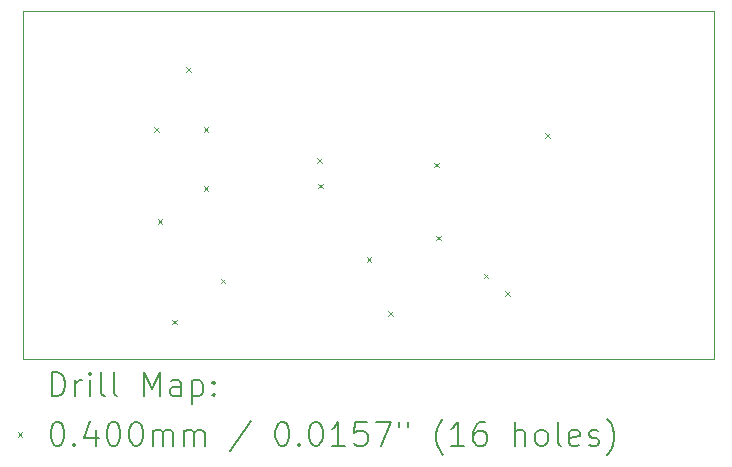
<source format=gbr>
%TF.GenerationSoftware,KiCad,Pcbnew,7.0.2*%
%TF.CreationDate,2023-12-10T20:37:31+01:00*%
%TF.ProjectId,Choinka_EE,43686f69-6e6b-4615-9f45-452e6b696361,rev?*%
%TF.SameCoordinates,Original*%
%TF.FileFunction,Drillmap*%
%TF.FilePolarity,Positive*%
%FSLAX45Y45*%
G04 Gerber Fmt 4.5, Leading zero omitted, Abs format (unit mm)*
G04 Created by KiCad (PCBNEW 7.0.2) date 2023-12-10 20:37:31*
%MOMM*%
%LPD*%
G01*
G04 APERTURE LIST*
%ADD10C,0.100000*%
%ADD11C,0.200000*%
%ADD12C,0.040000*%
G04 APERTURE END LIST*
D10*
X7700000Y-10260000D02*
X13550000Y-10260000D01*
X13550000Y-13200000D01*
X7700000Y-13200000D01*
X7700000Y-10260000D01*
D11*
D12*
X8810000Y-11240000D02*
X8850000Y-11280000D01*
X8850000Y-11240000D02*
X8810000Y-11280000D01*
X8840000Y-12020000D02*
X8880000Y-12060000D01*
X8880000Y-12020000D02*
X8840000Y-12060000D01*
X8960000Y-12870000D02*
X9000000Y-12910000D01*
X9000000Y-12870000D02*
X8960000Y-12910000D01*
X9080000Y-10730000D02*
X9120000Y-10770000D01*
X9120000Y-10730000D02*
X9080000Y-10770000D01*
X9230000Y-11240000D02*
X9270000Y-11280000D01*
X9270000Y-11240000D02*
X9230000Y-11280000D01*
X9230000Y-11740000D02*
X9270000Y-11780000D01*
X9270000Y-11740000D02*
X9230000Y-11780000D01*
X9372500Y-12522500D02*
X9412500Y-12562500D01*
X9412500Y-12522500D02*
X9372500Y-12562500D01*
X10190000Y-11500000D02*
X10230000Y-11540000D01*
X10230000Y-11500000D02*
X10190000Y-11540000D01*
X10200000Y-11720000D02*
X10240000Y-11760000D01*
X10240000Y-11720000D02*
X10200000Y-11760000D01*
X10610000Y-12340000D02*
X10650000Y-12380000D01*
X10650000Y-12340000D02*
X10610000Y-12380000D01*
X10790000Y-12800000D02*
X10830000Y-12840000D01*
X10830000Y-12800000D02*
X10790000Y-12840000D01*
X11180000Y-11540000D02*
X11220000Y-11580000D01*
X11220000Y-11540000D02*
X11180000Y-11580000D01*
X11200000Y-12160000D02*
X11240000Y-12200000D01*
X11240000Y-12160000D02*
X11200000Y-12200000D01*
X11600000Y-12480000D02*
X11640000Y-12520000D01*
X11640000Y-12480000D02*
X11600000Y-12520000D01*
X11780000Y-12630000D02*
X11820000Y-12670000D01*
X11820000Y-12630000D02*
X11780000Y-12670000D01*
X12120000Y-11290000D02*
X12160000Y-11330000D01*
X12160000Y-11290000D02*
X12120000Y-11330000D01*
D11*
X7942619Y-13517524D02*
X7942619Y-13317524D01*
X7942619Y-13317524D02*
X7990238Y-13317524D01*
X7990238Y-13317524D02*
X8018809Y-13327048D01*
X8018809Y-13327048D02*
X8037857Y-13346095D01*
X8037857Y-13346095D02*
X8047381Y-13365143D01*
X8047381Y-13365143D02*
X8056905Y-13403238D01*
X8056905Y-13403238D02*
X8056905Y-13431809D01*
X8056905Y-13431809D02*
X8047381Y-13469905D01*
X8047381Y-13469905D02*
X8037857Y-13488952D01*
X8037857Y-13488952D02*
X8018809Y-13508000D01*
X8018809Y-13508000D02*
X7990238Y-13517524D01*
X7990238Y-13517524D02*
X7942619Y-13517524D01*
X8142619Y-13517524D02*
X8142619Y-13384190D01*
X8142619Y-13422286D02*
X8152143Y-13403238D01*
X8152143Y-13403238D02*
X8161667Y-13393714D01*
X8161667Y-13393714D02*
X8180714Y-13384190D01*
X8180714Y-13384190D02*
X8199762Y-13384190D01*
X8266428Y-13517524D02*
X8266428Y-13384190D01*
X8266428Y-13317524D02*
X8256905Y-13327048D01*
X8256905Y-13327048D02*
X8266428Y-13336571D01*
X8266428Y-13336571D02*
X8275952Y-13327048D01*
X8275952Y-13327048D02*
X8266428Y-13317524D01*
X8266428Y-13317524D02*
X8266428Y-13336571D01*
X8390238Y-13517524D02*
X8371190Y-13508000D01*
X8371190Y-13508000D02*
X8361667Y-13488952D01*
X8361667Y-13488952D02*
X8361667Y-13317524D01*
X8495000Y-13517524D02*
X8475952Y-13508000D01*
X8475952Y-13508000D02*
X8466429Y-13488952D01*
X8466429Y-13488952D02*
X8466429Y-13317524D01*
X8723571Y-13517524D02*
X8723571Y-13317524D01*
X8723571Y-13317524D02*
X8790238Y-13460381D01*
X8790238Y-13460381D02*
X8856905Y-13317524D01*
X8856905Y-13317524D02*
X8856905Y-13517524D01*
X9037857Y-13517524D02*
X9037857Y-13412762D01*
X9037857Y-13412762D02*
X9028333Y-13393714D01*
X9028333Y-13393714D02*
X9009286Y-13384190D01*
X9009286Y-13384190D02*
X8971190Y-13384190D01*
X8971190Y-13384190D02*
X8952143Y-13393714D01*
X9037857Y-13508000D02*
X9018810Y-13517524D01*
X9018810Y-13517524D02*
X8971190Y-13517524D01*
X8971190Y-13517524D02*
X8952143Y-13508000D01*
X8952143Y-13508000D02*
X8942619Y-13488952D01*
X8942619Y-13488952D02*
X8942619Y-13469905D01*
X8942619Y-13469905D02*
X8952143Y-13450857D01*
X8952143Y-13450857D02*
X8971190Y-13441333D01*
X8971190Y-13441333D02*
X9018810Y-13441333D01*
X9018810Y-13441333D02*
X9037857Y-13431809D01*
X9133095Y-13384190D02*
X9133095Y-13584190D01*
X9133095Y-13393714D02*
X9152143Y-13384190D01*
X9152143Y-13384190D02*
X9190238Y-13384190D01*
X9190238Y-13384190D02*
X9209286Y-13393714D01*
X9209286Y-13393714D02*
X9218810Y-13403238D01*
X9218810Y-13403238D02*
X9228333Y-13422286D01*
X9228333Y-13422286D02*
X9228333Y-13479428D01*
X9228333Y-13479428D02*
X9218810Y-13498476D01*
X9218810Y-13498476D02*
X9209286Y-13508000D01*
X9209286Y-13508000D02*
X9190238Y-13517524D01*
X9190238Y-13517524D02*
X9152143Y-13517524D01*
X9152143Y-13517524D02*
X9133095Y-13508000D01*
X9314048Y-13498476D02*
X9323571Y-13508000D01*
X9323571Y-13508000D02*
X9314048Y-13517524D01*
X9314048Y-13517524D02*
X9304524Y-13508000D01*
X9304524Y-13508000D02*
X9314048Y-13498476D01*
X9314048Y-13498476D02*
X9314048Y-13517524D01*
X9314048Y-13393714D02*
X9323571Y-13403238D01*
X9323571Y-13403238D02*
X9314048Y-13412762D01*
X9314048Y-13412762D02*
X9304524Y-13403238D01*
X9304524Y-13403238D02*
X9314048Y-13393714D01*
X9314048Y-13393714D02*
X9314048Y-13412762D01*
D12*
X7655000Y-13825000D02*
X7695000Y-13865000D01*
X7695000Y-13825000D02*
X7655000Y-13865000D01*
D11*
X7980714Y-13737524D02*
X7999762Y-13737524D01*
X7999762Y-13737524D02*
X8018809Y-13747048D01*
X8018809Y-13747048D02*
X8028333Y-13756571D01*
X8028333Y-13756571D02*
X8037857Y-13775619D01*
X8037857Y-13775619D02*
X8047381Y-13813714D01*
X8047381Y-13813714D02*
X8047381Y-13861333D01*
X8047381Y-13861333D02*
X8037857Y-13899428D01*
X8037857Y-13899428D02*
X8028333Y-13918476D01*
X8028333Y-13918476D02*
X8018809Y-13928000D01*
X8018809Y-13928000D02*
X7999762Y-13937524D01*
X7999762Y-13937524D02*
X7980714Y-13937524D01*
X7980714Y-13937524D02*
X7961667Y-13928000D01*
X7961667Y-13928000D02*
X7952143Y-13918476D01*
X7952143Y-13918476D02*
X7942619Y-13899428D01*
X7942619Y-13899428D02*
X7933095Y-13861333D01*
X7933095Y-13861333D02*
X7933095Y-13813714D01*
X7933095Y-13813714D02*
X7942619Y-13775619D01*
X7942619Y-13775619D02*
X7952143Y-13756571D01*
X7952143Y-13756571D02*
X7961667Y-13747048D01*
X7961667Y-13747048D02*
X7980714Y-13737524D01*
X8133095Y-13918476D02*
X8142619Y-13928000D01*
X8142619Y-13928000D02*
X8133095Y-13937524D01*
X8133095Y-13937524D02*
X8123571Y-13928000D01*
X8123571Y-13928000D02*
X8133095Y-13918476D01*
X8133095Y-13918476D02*
X8133095Y-13937524D01*
X8314048Y-13804190D02*
X8314048Y-13937524D01*
X8266428Y-13728000D02*
X8218809Y-13870857D01*
X8218809Y-13870857D02*
X8342619Y-13870857D01*
X8456905Y-13737524D02*
X8475952Y-13737524D01*
X8475952Y-13737524D02*
X8495000Y-13747048D01*
X8495000Y-13747048D02*
X8504524Y-13756571D01*
X8504524Y-13756571D02*
X8514048Y-13775619D01*
X8514048Y-13775619D02*
X8523571Y-13813714D01*
X8523571Y-13813714D02*
X8523571Y-13861333D01*
X8523571Y-13861333D02*
X8514048Y-13899428D01*
X8514048Y-13899428D02*
X8504524Y-13918476D01*
X8504524Y-13918476D02*
X8495000Y-13928000D01*
X8495000Y-13928000D02*
X8475952Y-13937524D01*
X8475952Y-13937524D02*
X8456905Y-13937524D01*
X8456905Y-13937524D02*
X8437857Y-13928000D01*
X8437857Y-13928000D02*
X8428333Y-13918476D01*
X8428333Y-13918476D02*
X8418810Y-13899428D01*
X8418810Y-13899428D02*
X8409286Y-13861333D01*
X8409286Y-13861333D02*
X8409286Y-13813714D01*
X8409286Y-13813714D02*
X8418810Y-13775619D01*
X8418810Y-13775619D02*
X8428333Y-13756571D01*
X8428333Y-13756571D02*
X8437857Y-13747048D01*
X8437857Y-13747048D02*
X8456905Y-13737524D01*
X8647381Y-13737524D02*
X8666429Y-13737524D01*
X8666429Y-13737524D02*
X8685476Y-13747048D01*
X8685476Y-13747048D02*
X8695000Y-13756571D01*
X8695000Y-13756571D02*
X8704524Y-13775619D01*
X8704524Y-13775619D02*
X8714048Y-13813714D01*
X8714048Y-13813714D02*
X8714048Y-13861333D01*
X8714048Y-13861333D02*
X8704524Y-13899428D01*
X8704524Y-13899428D02*
X8695000Y-13918476D01*
X8695000Y-13918476D02*
X8685476Y-13928000D01*
X8685476Y-13928000D02*
X8666429Y-13937524D01*
X8666429Y-13937524D02*
X8647381Y-13937524D01*
X8647381Y-13937524D02*
X8628333Y-13928000D01*
X8628333Y-13928000D02*
X8618810Y-13918476D01*
X8618810Y-13918476D02*
X8609286Y-13899428D01*
X8609286Y-13899428D02*
X8599762Y-13861333D01*
X8599762Y-13861333D02*
X8599762Y-13813714D01*
X8599762Y-13813714D02*
X8609286Y-13775619D01*
X8609286Y-13775619D02*
X8618810Y-13756571D01*
X8618810Y-13756571D02*
X8628333Y-13747048D01*
X8628333Y-13747048D02*
X8647381Y-13737524D01*
X8799762Y-13937524D02*
X8799762Y-13804190D01*
X8799762Y-13823238D02*
X8809286Y-13813714D01*
X8809286Y-13813714D02*
X8828333Y-13804190D01*
X8828333Y-13804190D02*
X8856905Y-13804190D01*
X8856905Y-13804190D02*
X8875952Y-13813714D01*
X8875952Y-13813714D02*
X8885476Y-13832762D01*
X8885476Y-13832762D02*
X8885476Y-13937524D01*
X8885476Y-13832762D02*
X8895000Y-13813714D01*
X8895000Y-13813714D02*
X8914048Y-13804190D01*
X8914048Y-13804190D02*
X8942619Y-13804190D01*
X8942619Y-13804190D02*
X8961667Y-13813714D01*
X8961667Y-13813714D02*
X8971191Y-13832762D01*
X8971191Y-13832762D02*
X8971191Y-13937524D01*
X9066429Y-13937524D02*
X9066429Y-13804190D01*
X9066429Y-13823238D02*
X9075952Y-13813714D01*
X9075952Y-13813714D02*
X9095000Y-13804190D01*
X9095000Y-13804190D02*
X9123572Y-13804190D01*
X9123572Y-13804190D02*
X9142619Y-13813714D01*
X9142619Y-13813714D02*
X9152143Y-13832762D01*
X9152143Y-13832762D02*
X9152143Y-13937524D01*
X9152143Y-13832762D02*
X9161667Y-13813714D01*
X9161667Y-13813714D02*
X9180714Y-13804190D01*
X9180714Y-13804190D02*
X9209286Y-13804190D01*
X9209286Y-13804190D02*
X9228333Y-13813714D01*
X9228333Y-13813714D02*
X9237857Y-13832762D01*
X9237857Y-13832762D02*
X9237857Y-13937524D01*
X9628333Y-13728000D02*
X9456905Y-13985143D01*
X9885476Y-13737524D02*
X9904524Y-13737524D01*
X9904524Y-13737524D02*
X9923572Y-13747048D01*
X9923572Y-13747048D02*
X9933095Y-13756571D01*
X9933095Y-13756571D02*
X9942619Y-13775619D01*
X9942619Y-13775619D02*
X9952143Y-13813714D01*
X9952143Y-13813714D02*
X9952143Y-13861333D01*
X9952143Y-13861333D02*
X9942619Y-13899428D01*
X9942619Y-13899428D02*
X9933095Y-13918476D01*
X9933095Y-13918476D02*
X9923572Y-13928000D01*
X9923572Y-13928000D02*
X9904524Y-13937524D01*
X9904524Y-13937524D02*
X9885476Y-13937524D01*
X9885476Y-13937524D02*
X9866429Y-13928000D01*
X9866429Y-13928000D02*
X9856905Y-13918476D01*
X9856905Y-13918476D02*
X9847381Y-13899428D01*
X9847381Y-13899428D02*
X9837857Y-13861333D01*
X9837857Y-13861333D02*
X9837857Y-13813714D01*
X9837857Y-13813714D02*
X9847381Y-13775619D01*
X9847381Y-13775619D02*
X9856905Y-13756571D01*
X9856905Y-13756571D02*
X9866429Y-13747048D01*
X9866429Y-13747048D02*
X9885476Y-13737524D01*
X10037857Y-13918476D02*
X10047381Y-13928000D01*
X10047381Y-13928000D02*
X10037857Y-13937524D01*
X10037857Y-13937524D02*
X10028334Y-13928000D01*
X10028334Y-13928000D02*
X10037857Y-13918476D01*
X10037857Y-13918476D02*
X10037857Y-13937524D01*
X10171191Y-13737524D02*
X10190238Y-13737524D01*
X10190238Y-13737524D02*
X10209286Y-13747048D01*
X10209286Y-13747048D02*
X10218810Y-13756571D01*
X10218810Y-13756571D02*
X10228334Y-13775619D01*
X10228334Y-13775619D02*
X10237857Y-13813714D01*
X10237857Y-13813714D02*
X10237857Y-13861333D01*
X10237857Y-13861333D02*
X10228334Y-13899428D01*
X10228334Y-13899428D02*
X10218810Y-13918476D01*
X10218810Y-13918476D02*
X10209286Y-13928000D01*
X10209286Y-13928000D02*
X10190238Y-13937524D01*
X10190238Y-13937524D02*
X10171191Y-13937524D01*
X10171191Y-13937524D02*
X10152143Y-13928000D01*
X10152143Y-13928000D02*
X10142619Y-13918476D01*
X10142619Y-13918476D02*
X10133095Y-13899428D01*
X10133095Y-13899428D02*
X10123572Y-13861333D01*
X10123572Y-13861333D02*
X10123572Y-13813714D01*
X10123572Y-13813714D02*
X10133095Y-13775619D01*
X10133095Y-13775619D02*
X10142619Y-13756571D01*
X10142619Y-13756571D02*
X10152143Y-13747048D01*
X10152143Y-13747048D02*
X10171191Y-13737524D01*
X10428334Y-13937524D02*
X10314048Y-13937524D01*
X10371191Y-13937524D02*
X10371191Y-13737524D01*
X10371191Y-13737524D02*
X10352143Y-13766095D01*
X10352143Y-13766095D02*
X10333095Y-13785143D01*
X10333095Y-13785143D02*
X10314048Y-13794667D01*
X10609286Y-13737524D02*
X10514048Y-13737524D01*
X10514048Y-13737524D02*
X10504524Y-13832762D01*
X10504524Y-13832762D02*
X10514048Y-13823238D01*
X10514048Y-13823238D02*
X10533095Y-13813714D01*
X10533095Y-13813714D02*
X10580715Y-13813714D01*
X10580715Y-13813714D02*
X10599762Y-13823238D01*
X10599762Y-13823238D02*
X10609286Y-13832762D01*
X10609286Y-13832762D02*
X10618810Y-13851809D01*
X10618810Y-13851809D02*
X10618810Y-13899428D01*
X10618810Y-13899428D02*
X10609286Y-13918476D01*
X10609286Y-13918476D02*
X10599762Y-13928000D01*
X10599762Y-13928000D02*
X10580715Y-13937524D01*
X10580715Y-13937524D02*
X10533095Y-13937524D01*
X10533095Y-13937524D02*
X10514048Y-13928000D01*
X10514048Y-13928000D02*
X10504524Y-13918476D01*
X10685476Y-13737524D02*
X10818810Y-13737524D01*
X10818810Y-13737524D02*
X10733095Y-13937524D01*
X10885476Y-13737524D02*
X10885476Y-13775619D01*
X10961667Y-13737524D02*
X10961667Y-13775619D01*
X11256905Y-14013714D02*
X11247381Y-14004190D01*
X11247381Y-14004190D02*
X11228334Y-13975619D01*
X11228334Y-13975619D02*
X11218810Y-13956571D01*
X11218810Y-13956571D02*
X11209286Y-13928000D01*
X11209286Y-13928000D02*
X11199762Y-13880381D01*
X11199762Y-13880381D02*
X11199762Y-13842286D01*
X11199762Y-13842286D02*
X11209286Y-13794667D01*
X11209286Y-13794667D02*
X11218810Y-13766095D01*
X11218810Y-13766095D02*
X11228334Y-13747048D01*
X11228334Y-13747048D02*
X11247381Y-13718476D01*
X11247381Y-13718476D02*
X11256905Y-13708952D01*
X11437857Y-13937524D02*
X11323572Y-13937524D01*
X11380714Y-13937524D02*
X11380714Y-13737524D01*
X11380714Y-13737524D02*
X11361667Y-13766095D01*
X11361667Y-13766095D02*
X11342619Y-13785143D01*
X11342619Y-13785143D02*
X11323572Y-13794667D01*
X11609286Y-13737524D02*
X11571191Y-13737524D01*
X11571191Y-13737524D02*
X11552143Y-13747048D01*
X11552143Y-13747048D02*
X11542619Y-13756571D01*
X11542619Y-13756571D02*
X11523572Y-13785143D01*
X11523572Y-13785143D02*
X11514048Y-13823238D01*
X11514048Y-13823238D02*
X11514048Y-13899428D01*
X11514048Y-13899428D02*
X11523572Y-13918476D01*
X11523572Y-13918476D02*
X11533095Y-13928000D01*
X11533095Y-13928000D02*
X11552143Y-13937524D01*
X11552143Y-13937524D02*
X11590238Y-13937524D01*
X11590238Y-13937524D02*
X11609286Y-13928000D01*
X11609286Y-13928000D02*
X11618810Y-13918476D01*
X11618810Y-13918476D02*
X11628334Y-13899428D01*
X11628334Y-13899428D02*
X11628334Y-13851809D01*
X11628334Y-13851809D02*
X11618810Y-13832762D01*
X11618810Y-13832762D02*
X11609286Y-13823238D01*
X11609286Y-13823238D02*
X11590238Y-13813714D01*
X11590238Y-13813714D02*
X11552143Y-13813714D01*
X11552143Y-13813714D02*
X11533095Y-13823238D01*
X11533095Y-13823238D02*
X11523572Y-13832762D01*
X11523572Y-13832762D02*
X11514048Y-13851809D01*
X11866429Y-13937524D02*
X11866429Y-13737524D01*
X11952143Y-13937524D02*
X11952143Y-13832762D01*
X11952143Y-13832762D02*
X11942619Y-13813714D01*
X11942619Y-13813714D02*
X11923572Y-13804190D01*
X11923572Y-13804190D02*
X11895000Y-13804190D01*
X11895000Y-13804190D02*
X11875953Y-13813714D01*
X11875953Y-13813714D02*
X11866429Y-13823238D01*
X12075953Y-13937524D02*
X12056905Y-13928000D01*
X12056905Y-13928000D02*
X12047381Y-13918476D01*
X12047381Y-13918476D02*
X12037857Y-13899428D01*
X12037857Y-13899428D02*
X12037857Y-13842286D01*
X12037857Y-13842286D02*
X12047381Y-13823238D01*
X12047381Y-13823238D02*
X12056905Y-13813714D01*
X12056905Y-13813714D02*
X12075953Y-13804190D01*
X12075953Y-13804190D02*
X12104524Y-13804190D01*
X12104524Y-13804190D02*
X12123572Y-13813714D01*
X12123572Y-13813714D02*
X12133096Y-13823238D01*
X12133096Y-13823238D02*
X12142619Y-13842286D01*
X12142619Y-13842286D02*
X12142619Y-13899428D01*
X12142619Y-13899428D02*
X12133096Y-13918476D01*
X12133096Y-13918476D02*
X12123572Y-13928000D01*
X12123572Y-13928000D02*
X12104524Y-13937524D01*
X12104524Y-13937524D02*
X12075953Y-13937524D01*
X12256905Y-13937524D02*
X12237857Y-13928000D01*
X12237857Y-13928000D02*
X12228334Y-13908952D01*
X12228334Y-13908952D02*
X12228334Y-13737524D01*
X12409286Y-13928000D02*
X12390238Y-13937524D01*
X12390238Y-13937524D02*
X12352143Y-13937524D01*
X12352143Y-13937524D02*
X12333096Y-13928000D01*
X12333096Y-13928000D02*
X12323572Y-13908952D01*
X12323572Y-13908952D02*
X12323572Y-13832762D01*
X12323572Y-13832762D02*
X12333096Y-13813714D01*
X12333096Y-13813714D02*
X12352143Y-13804190D01*
X12352143Y-13804190D02*
X12390238Y-13804190D01*
X12390238Y-13804190D02*
X12409286Y-13813714D01*
X12409286Y-13813714D02*
X12418810Y-13832762D01*
X12418810Y-13832762D02*
X12418810Y-13851809D01*
X12418810Y-13851809D02*
X12323572Y-13870857D01*
X12495000Y-13928000D02*
X12514048Y-13937524D01*
X12514048Y-13937524D02*
X12552143Y-13937524D01*
X12552143Y-13937524D02*
X12571191Y-13928000D01*
X12571191Y-13928000D02*
X12580715Y-13908952D01*
X12580715Y-13908952D02*
X12580715Y-13899428D01*
X12580715Y-13899428D02*
X12571191Y-13880381D01*
X12571191Y-13880381D02*
X12552143Y-13870857D01*
X12552143Y-13870857D02*
X12523572Y-13870857D01*
X12523572Y-13870857D02*
X12504524Y-13861333D01*
X12504524Y-13861333D02*
X12495000Y-13842286D01*
X12495000Y-13842286D02*
X12495000Y-13832762D01*
X12495000Y-13832762D02*
X12504524Y-13813714D01*
X12504524Y-13813714D02*
X12523572Y-13804190D01*
X12523572Y-13804190D02*
X12552143Y-13804190D01*
X12552143Y-13804190D02*
X12571191Y-13813714D01*
X12647381Y-14013714D02*
X12656905Y-14004190D01*
X12656905Y-14004190D02*
X12675953Y-13975619D01*
X12675953Y-13975619D02*
X12685477Y-13956571D01*
X12685477Y-13956571D02*
X12695000Y-13928000D01*
X12695000Y-13928000D02*
X12704524Y-13880381D01*
X12704524Y-13880381D02*
X12704524Y-13842286D01*
X12704524Y-13842286D02*
X12695000Y-13794667D01*
X12695000Y-13794667D02*
X12685477Y-13766095D01*
X12685477Y-13766095D02*
X12675953Y-13747048D01*
X12675953Y-13747048D02*
X12656905Y-13718476D01*
X12656905Y-13718476D02*
X12647381Y-13708952D01*
M02*

</source>
